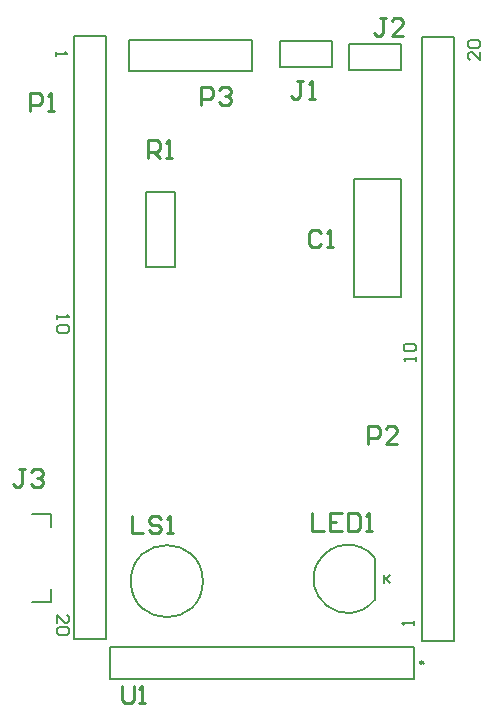
<source format=gto>
%FSTAX23Y23*%
%MOIN*%
%SFA1B1*%

%IPPOS*%
%ADD10C,0.005910*%
%ADD11C,0.007870*%
%ADD12C,0.009840*%
%ADD13C,0.010000*%
%ADD14C,0.006000*%
%LNoverlay-1*%
%LPD*%
G54D10*
X01641Y01497D02*
D01*
D01*
G75*
G03X01401I-00120J0D01*
G74*G01*
D01*
G75*
G03X01641I00120J0D01*
G74*G01*
G54D11*
X02212Y01578D02*
D01*
D01*
G75*
G03X02027Y01564I-00087J-00073D01*
G74*G01*
X02031Y0157D02*
D01*
D01*
G75*
G03X02213Y01432I00093J-00065D01*
G74*G01*
X01394Y03197D02*
Y03302D01*
Y03197D02*
X01805D01*
Y03302*
X01394D02*
X01805D01*
X02146Y02836D02*
X02303D01*
X02146Y02443D02*
Y02836D01*
Y02443D02*
X02303D01*
Y02836*
X01073Y01429D02*
X01136D01*
Y01472*
Y01677D02*
Y0172D01*
X01073D02*
X01136D01*
X0207Y03211D02*
Y03298D01*
X01898D02*
X0207D01*
X01898Y03211D02*
Y03298D01*
Y03211D02*
X0207D01*
X023Y03201D02*
Y03288D01*
X02129D02*
X023D01*
X02129Y03201D02*
Y03288D01*
Y03201D02*
X023D01*
X02215Y01435D02*
Y01575D01*
X01452Y02794D02*
X01547D01*
Y02545D02*
Y02794D01*
X01452Y02545D02*
Y02794D01*
Y02545D02*
X01547D01*
X02372Y0331D02*
X02477D01*
X02372Y01299D02*
Y0331D01*
Y01299D02*
X02477D01*
Y0331*
X01212Y01304D02*
X01317D01*
X01212D02*
Y03315D01*
X01317*
Y01304D02*
Y03315D01*
X02346Y01172D02*
Y01277D01*
X01333Y01172D02*
X02346D01*
X01333D02*
Y01277D01*
X02346*
G54D12*
X02375Y01225D02*
D01*
D01*
G75*
G03X02365I-00004J0D01*
G74*G01*
D01*
G75*
G03X02375I00004J0D01*
G74*G01*
G54D13*
X01635Y03085D02*
Y03144D01*
X01665*
X01675Y03134*
Y03115*
X01665Y03105*
X01635*
X01695Y03134D02*
X01704Y03144D01*
X01724*
X01734Y03134*
Y03125*
X01724Y03115*
X01714*
X01724*
X01734Y03105*
Y03095*
X01724Y03085*
X01704*
X01695Y03095*
X02035Y02659D02*
X02025Y02669D01*
X02005*
X01995Y02659*
Y0262*
X02005Y0261*
X02025*
X02035Y0262*
X02054Y0261D02*
X02074D01*
X02064*
Y02669*
X02054Y02659*
X01049Y01872D02*
X01029D01*
X01039*
Y01822*
X01029Y01812*
X01019*
X01009Y01822*
X01069Y01862D02*
X01079Y01872D01*
X01099*
X01109Y01862*
Y01852*
X01099Y01842*
X01089*
X01099*
X01109Y01832*
Y01822*
X01099Y01812*
X01079*
X01069Y01822*
X01974Y03164D02*
X01954D01*
X01964*
Y03115*
X01954Y03105*
X01944*
X01934Y03115*
X01994Y03105D02*
X02014D01*
X02004*
Y03164*
X01994Y03154*
X0225Y03374D02*
X0223D01*
X0224*
Y03325*
X0223Y03315*
X0222*
X0221Y03325*
X02309Y03315D02*
X0227D01*
X02309Y03355*
Y03364*
X02299Y03374*
X02279*
X0227Y03364*
X01404Y01715D02*
Y01656D01*
X01443*
X01503Y01705D02*
X01493Y01715D01*
X01473*
X01463Y01705*
Y01695*
X01473Y01685*
X01493*
X01503Y01675*
Y01666*
X01493Y01656*
X01473*
X01463Y01666*
X01523Y01656D02*
X01543D01*
X01533*
Y01715*
X01523Y01705*
X02006Y01724D02*
Y01665D01*
X02045*
X02105Y01724D02*
X02065D01*
Y01665*
X02105*
X02065Y01694D02*
X02085D01*
X02125Y01724D02*
Y01665D01*
X02155*
X02165Y01675*
Y01714*
X02155Y01724*
X02125*
X02185Y01665D02*
X02205D01*
X02195*
Y01724*
X02185Y01714*
X01458Y02909D02*
Y02968D01*
X01487*
X01497Y02958*
Y02938*
X01487Y02928*
X01458*
X01477D02*
X01497Y02909D01*
X01517D02*
X01537D01*
X01527*
Y02968*
X01517Y02958*
X0137Y01149D02*
Y011D01*
X0138Y0109*
X014*
X0141Y011*
Y01149*
X01429Y0109D02*
X01449D01*
X01439*
Y01149*
X01429Y01139*
X0219Y01955D02*
Y02014D01*
X0222*
X0223Y02004*
Y01985*
X0222Y01975*
X0219*
X02289Y01955D02*
X0225D01*
X02289Y01995*
Y02004*
X02279Y02014*
X02259*
X0225Y02004*
X01065Y03065D02*
Y03124D01*
X01095*
X01105Y03114*
Y03095*
X01095Y03085*
X01065*
X01124Y03065D02*
X01144D01*
X01134*
Y03124*
X01124Y03114*
G54D14*
X02245Y01519D02*
Y0149D01*
Y015*
X02264Y01519*
X0225Y01504*
X02264Y0149*
X0235Y0223D02*
Y02243D01*
Y02236*
X0231*
X02316Y0223*
Y02263D02*
X0231Y02269D01*
Y02283*
X02316Y02289*
X02343*
X0235Y02283*
Y02269*
X02343Y02263*
X02316*
X02345Y0135D02*
Y01363D01*
Y01356*
X02305*
X02311Y0135*
X02565Y03261D02*
Y03235D01*
X02538Y03261*
X02531*
X02525Y03254*
Y03241*
X02531Y03235*
Y03274D02*
X02525Y03281D01*
Y03294*
X02531Y03301*
X02558*
X02565Y03294*
Y03281*
X02558Y03274*
X02531*
X01155Y02385D02*
Y02371D01*
Y02378*
X01194*
X01188Y02385*
Y02351D02*
X01194Y02345D01*
Y02331*
X01188Y02325*
X01161*
X01155Y02331*
Y02345*
X01161Y02351*
X01188*
X0115Y0326D02*
Y03246D01*
Y03253*
X01189*
X01183Y0326*
X01155Y01358D02*
Y01385D01*
X01181Y01358*
X01188*
X01194Y01365*
Y01378*
X01188Y01385*
Y01345D02*
X01194Y01338D01*
Y01325*
X01188Y01318*
X01161*
X01155Y01325*
Y01338*
X01161Y01345*
X01188*
M02*
</source>
